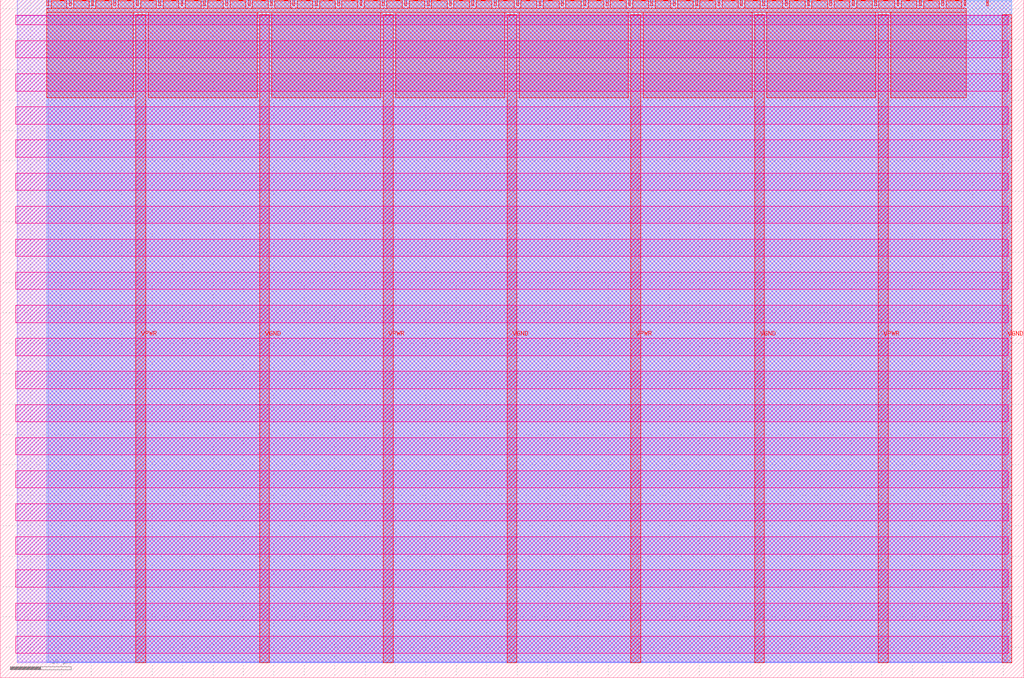
<source format=lef>
VERSION 5.7 ;
  NOWIREEXTENSIONATPIN ON ;
  DIVIDERCHAR "/" ;
  BUSBITCHARS "[]" ;
MACRO tt_um_blink
  CLASS BLOCK ;
  FOREIGN tt_um_blink ;
  ORIGIN 0.000 0.000 ;
  SIZE 168.360 BY 111.520 ;
  PIN VGND
    DIRECTION INOUT ;
    USE GROUND ;
    PORT
      LAYER met4 ;
        RECT 42.670 2.480 44.270 109.040 ;
    END
    PORT
      LAYER met4 ;
        RECT 83.380 2.480 84.980 109.040 ;
    END
    PORT
      LAYER met4 ;
        RECT 124.090 2.480 125.690 109.040 ;
    END
    PORT
      LAYER met4 ;
        RECT 164.800 2.480 166.400 109.040 ;
    END
  END VGND
  PIN VPWR
    DIRECTION INOUT ;
    USE POWER ;
    PORT
      LAYER met4 ;
        RECT 22.315 2.480 23.915 109.040 ;
    END
    PORT
      LAYER met4 ;
        RECT 63.025 2.480 64.625 109.040 ;
    END
    PORT
      LAYER met4 ;
        RECT 103.735 2.480 105.335 109.040 ;
    END
    PORT
      LAYER met4 ;
        RECT 144.445 2.480 146.045 109.040 ;
    END
  END VPWR
  PIN clk
    DIRECTION INPUT ;
    USE SIGNAL ;
    ANTENNAGATEAREA 0.852000 ;
    PORT
      LAYER met4 ;
        RECT 158.550 110.520 158.850 111.520 ;
    END
  END clk
  PIN ena
    DIRECTION INPUT ;
    USE SIGNAL ;
    PORT
      LAYER met4 ;
        RECT 162.230 110.520 162.530 111.520 ;
    END
  END ena
  PIN rst_n
    DIRECTION INPUT ;
    USE SIGNAL ;
    ANTENNAGATEAREA 0.196500 ;
    PORT
      LAYER met4 ;
        RECT 154.870 110.520 155.170 111.520 ;
    END
  END rst_n
  PIN ui_in[0]
    DIRECTION INPUT ;
    USE SIGNAL ;
    ANTENNAGATEAREA 0.196500 ;
    PORT
      LAYER met4 ;
        RECT 151.190 110.520 151.490 111.520 ;
    END
  END ui_in[0]
  PIN ui_in[1]
    DIRECTION INPUT ;
    USE SIGNAL ;
    ANTENNAGATEAREA 0.196500 ;
    PORT
      LAYER met4 ;
        RECT 147.510 110.520 147.810 111.520 ;
    END
  END ui_in[1]
  PIN ui_in[2]
    DIRECTION INPUT ;
    USE SIGNAL ;
    ANTENNAGATEAREA 0.196500 ;
    PORT
      LAYER met4 ;
        RECT 143.830 110.520 144.130 111.520 ;
    END
  END ui_in[2]
  PIN ui_in[3]
    DIRECTION INPUT ;
    USE SIGNAL ;
    ANTENNAGATEAREA 0.196500 ;
    PORT
      LAYER met4 ;
        RECT 140.150 110.520 140.450 111.520 ;
    END
  END ui_in[3]
  PIN ui_in[4]
    DIRECTION INPUT ;
    USE SIGNAL ;
    ANTENNAGATEAREA 0.196500 ;
    PORT
      LAYER met4 ;
        RECT 136.470 110.520 136.770 111.520 ;
    END
  END ui_in[4]
  PIN ui_in[5]
    DIRECTION INPUT ;
    USE SIGNAL ;
    ANTENNAGATEAREA 0.196500 ;
    PORT
      LAYER met4 ;
        RECT 132.790 110.520 133.090 111.520 ;
    END
  END ui_in[5]
  PIN ui_in[6]
    DIRECTION INPUT ;
    USE SIGNAL ;
    ANTENNAGATEAREA 0.196500 ;
    PORT
      LAYER met4 ;
        RECT 129.110 110.520 129.410 111.520 ;
    END
  END ui_in[6]
  PIN ui_in[7]
    DIRECTION INPUT ;
    USE SIGNAL ;
    ANTENNAGATEAREA 0.196500 ;
    PORT
      LAYER met4 ;
        RECT 125.430 110.520 125.730 111.520 ;
    END
  END ui_in[7]
  PIN uio_in[0]
    DIRECTION INPUT ;
    USE SIGNAL ;
    PORT
      LAYER met4 ;
        RECT 121.750 110.520 122.050 111.520 ;
    END
  END uio_in[0]
  PIN uio_in[1]
    DIRECTION INPUT ;
    USE SIGNAL ;
    PORT
      LAYER met4 ;
        RECT 118.070 110.520 118.370 111.520 ;
    END
  END uio_in[1]
  PIN uio_in[2]
    DIRECTION INPUT ;
    USE SIGNAL ;
    PORT
      LAYER met4 ;
        RECT 114.390 110.520 114.690 111.520 ;
    END
  END uio_in[2]
  PIN uio_in[3]
    DIRECTION INPUT ;
    USE SIGNAL ;
    PORT
      LAYER met4 ;
        RECT 110.710 110.520 111.010 111.520 ;
    END
  END uio_in[3]
  PIN uio_in[4]
    DIRECTION INPUT ;
    USE SIGNAL ;
    PORT
      LAYER met4 ;
        RECT 107.030 110.520 107.330 111.520 ;
    END
  END uio_in[4]
  PIN uio_in[5]
    DIRECTION INPUT ;
    USE SIGNAL ;
    PORT
      LAYER met4 ;
        RECT 103.350 110.520 103.650 111.520 ;
    END
  END uio_in[5]
  PIN uio_in[6]
    DIRECTION INPUT ;
    USE SIGNAL ;
    PORT
      LAYER met4 ;
        RECT 99.670 110.520 99.970 111.520 ;
    END
  END uio_in[6]
  PIN uio_in[7]
    DIRECTION INPUT ;
    USE SIGNAL ;
    PORT
      LAYER met4 ;
        RECT 95.990 110.520 96.290 111.520 ;
    END
  END uio_in[7]
  PIN uio_oe[0]
    DIRECTION OUTPUT TRISTATE ;
    USE SIGNAL ;
    PORT
      LAYER met4 ;
        RECT 33.430 110.520 33.730 111.520 ;
    END
  END uio_oe[0]
  PIN uio_oe[1]
    DIRECTION OUTPUT TRISTATE ;
    USE SIGNAL ;
    PORT
      LAYER met4 ;
        RECT 29.750 110.520 30.050 111.520 ;
    END
  END uio_oe[1]
  PIN uio_oe[2]
    DIRECTION OUTPUT TRISTATE ;
    USE SIGNAL ;
    PORT
      LAYER met4 ;
        RECT 26.070 110.520 26.370 111.520 ;
    END
  END uio_oe[2]
  PIN uio_oe[3]
    DIRECTION OUTPUT TRISTATE ;
    USE SIGNAL ;
    PORT
      LAYER met4 ;
        RECT 22.390 110.520 22.690 111.520 ;
    END
  END uio_oe[3]
  PIN uio_oe[4]
    DIRECTION OUTPUT TRISTATE ;
    USE SIGNAL ;
    PORT
      LAYER met4 ;
        RECT 18.710 110.520 19.010 111.520 ;
    END
  END uio_oe[4]
  PIN uio_oe[5]
    DIRECTION OUTPUT TRISTATE ;
    USE SIGNAL ;
    PORT
      LAYER met4 ;
        RECT 15.030 110.520 15.330 111.520 ;
    END
  END uio_oe[5]
  PIN uio_oe[6]
    DIRECTION OUTPUT TRISTATE ;
    USE SIGNAL ;
    PORT
      LAYER met4 ;
        RECT 11.350 110.520 11.650 111.520 ;
    END
  END uio_oe[6]
  PIN uio_oe[7]
    DIRECTION OUTPUT TRISTATE ;
    USE SIGNAL ;
    PORT
      LAYER met4 ;
        RECT 7.670 110.520 7.970 111.520 ;
    END
  END uio_oe[7]
  PIN uio_out[0]
    DIRECTION OUTPUT TRISTATE ;
    USE SIGNAL ;
    ANTENNADIFFAREA 0.445500 ;
    PORT
      LAYER met4 ;
        RECT 62.870 110.520 63.170 111.520 ;
    END
  END uio_out[0]
  PIN uio_out[1]
    DIRECTION OUTPUT TRISTATE ;
    USE SIGNAL ;
    ANTENNADIFFAREA 1.075200 ;
    PORT
      LAYER met4 ;
        RECT 59.190 110.520 59.490 111.520 ;
    END
  END uio_out[1]
  PIN uio_out[2]
    DIRECTION OUTPUT TRISTATE ;
    USE SIGNAL ;
    ANTENNADIFFAREA 1.075200 ;
    PORT
      LAYER met4 ;
        RECT 55.510 110.520 55.810 111.520 ;
    END
  END uio_out[2]
  PIN uio_out[3]
    DIRECTION OUTPUT TRISTATE ;
    USE SIGNAL ;
    ANTENNADIFFAREA 0.445500 ;
    PORT
      LAYER met4 ;
        RECT 51.830 110.520 52.130 111.520 ;
    END
  END uio_out[3]
  PIN uio_out[4]
    DIRECTION OUTPUT TRISTATE ;
    USE SIGNAL ;
    ANTENNADIFFAREA 1.075200 ;
    PORT
      LAYER met4 ;
        RECT 48.150 110.520 48.450 111.520 ;
    END
  END uio_out[4]
  PIN uio_out[5]
    DIRECTION OUTPUT TRISTATE ;
    USE SIGNAL ;
    ANTENNADIFFAREA 1.075200 ;
    PORT
      LAYER met4 ;
        RECT 44.470 110.520 44.770 111.520 ;
    END
  END uio_out[5]
  PIN uio_out[6]
    DIRECTION OUTPUT TRISTATE ;
    USE SIGNAL ;
    ANTENNADIFFAREA 1.075200 ;
    PORT
      LAYER met4 ;
        RECT 40.790 110.520 41.090 111.520 ;
    END
  END uio_out[6]
  PIN uio_out[7]
    DIRECTION OUTPUT TRISTATE ;
    USE SIGNAL ;
    ANTENNADIFFAREA 1.075200 ;
    PORT
      LAYER met4 ;
        RECT 37.110 110.520 37.410 111.520 ;
    END
  END uio_out[7]
  PIN uo_out[0]
    DIRECTION OUTPUT TRISTATE ;
    USE SIGNAL ;
    ANTENNADIFFAREA 0.445500 ;
    PORT
      LAYER met4 ;
        RECT 92.310 110.520 92.610 111.520 ;
    END
  END uo_out[0]
  PIN uo_out[1]
    DIRECTION OUTPUT TRISTATE ;
    USE SIGNAL ;
    ANTENNADIFFAREA 0.795200 ;
    PORT
      LAYER met4 ;
        RECT 88.630 110.520 88.930 111.520 ;
    END
  END uo_out[1]
  PIN uo_out[2]
    DIRECTION OUTPUT TRISTATE ;
    USE SIGNAL ;
    ANTENNADIFFAREA 0.445500 ;
    PORT
      LAYER met4 ;
        RECT 84.950 110.520 85.250 111.520 ;
    END
  END uo_out[2]
  PIN uo_out[3]
    DIRECTION OUTPUT TRISTATE ;
    USE SIGNAL ;
    ANTENNADIFFAREA 0.445500 ;
    PORT
      LAYER met4 ;
        RECT 81.270 110.520 81.570 111.520 ;
    END
  END uo_out[3]
  PIN uo_out[4]
    DIRECTION OUTPUT TRISTATE ;
    USE SIGNAL ;
    ANTENNADIFFAREA 0.445500 ;
    PORT
      LAYER met4 ;
        RECT 77.590 110.520 77.890 111.520 ;
    END
  END uo_out[4]
  PIN uo_out[5]
    DIRECTION OUTPUT TRISTATE ;
    USE SIGNAL ;
    ANTENNADIFFAREA 0.445500 ;
    PORT
      LAYER met4 ;
        RECT 73.910 110.520 74.210 111.520 ;
    END
  END uo_out[5]
  PIN uo_out[6]
    DIRECTION OUTPUT TRISTATE ;
    USE SIGNAL ;
    ANTENNADIFFAREA 0.445500 ;
    PORT
      LAYER met4 ;
        RECT 70.230 110.520 70.530 111.520 ;
    END
  END uo_out[6]
  PIN uo_out[7]
    DIRECTION OUTPUT TRISTATE ;
    USE SIGNAL ;
    ANTENNADIFFAREA 0.445500 ;
    PORT
      LAYER met4 ;
        RECT 66.550 110.520 66.850 111.520 ;
    END
  END uo_out[7]
  OBS
      LAYER nwell ;
        RECT 2.570 107.385 165.790 108.990 ;
        RECT 2.570 101.945 165.790 104.775 ;
        RECT 2.570 96.505 165.790 99.335 ;
        RECT 2.570 91.065 165.790 93.895 ;
        RECT 2.570 85.625 165.790 88.455 ;
        RECT 2.570 80.185 165.790 83.015 ;
        RECT 2.570 74.745 165.790 77.575 ;
        RECT 2.570 69.305 165.790 72.135 ;
        RECT 2.570 63.865 165.790 66.695 ;
        RECT 2.570 58.425 165.790 61.255 ;
        RECT 2.570 52.985 165.790 55.815 ;
        RECT 2.570 47.545 165.790 50.375 ;
        RECT 2.570 42.105 165.790 44.935 ;
        RECT 2.570 36.665 165.790 39.495 ;
        RECT 2.570 31.225 165.790 34.055 ;
        RECT 2.570 25.785 165.790 28.615 ;
        RECT 2.570 20.345 165.790 23.175 ;
        RECT 2.570 14.905 165.790 17.735 ;
        RECT 2.570 9.465 165.790 12.295 ;
        RECT 2.570 4.025 165.790 6.855 ;
      LAYER li1 ;
        RECT 2.760 2.635 165.600 108.885 ;
      LAYER met1 ;
        RECT 2.760 2.480 166.400 111.480 ;
      LAYER met2 ;
        RECT 7.910 2.535 166.370 111.510 ;
      LAYER met3 ;
        RECT 7.630 2.555 166.390 111.345 ;
      LAYER met4 ;
        RECT 8.370 110.120 10.950 111.345 ;
        RECT 12.050 110.120 14.630 111.345 ;
        RECT 15.730 110.120 18.310 111.345 ;
        RECT 19.410 110.120 21.990 111.345 ;
        RECT 23.090 110.120 25.670 111.345 ;
        RECT 26.770 110.120 29.350 111.345 ;
        RECT 30.450 110.120 33.030 111.345 ;
        RECT 34.130 110.120 36.710 111.345 ;
        RECT 37.810 110.120 40.390 111.345 ;
        RECT 41.490 110.120 44.070 111.345 ;
        RECT 45.170 110.120 47.750 111.345 ;
        RECT 48.850 110.120 51.430 111.345 ;
        RECT 52.530 110.120 55.110 111.345 ;
        RECT 56.210 110.120 58.790 111.345 ;
        RECT 59.890 110.120 62.470 111.345 ;
        RECT 63.570 110.120 66.150 111.345 ;
        RECT 67.250 110.120 69.830 111.345 ;
        RECT 70.930 110.120 73.510 111.345 ;
        RECT 74.610 110.120 77.190 111.345 ;
        RECT 78.290 110.120 80.870 111.345 ;
        RECT 81.970 110.120 84.550 111.345 ;
        RECT 85.650 110.120 88.230 111.345 ;
        RECT 89.330 110.120 91.910 111.345 ;
        RECT 93.010 110.120 95.590 111.345 ;
        RECT 96.690 110.120 99.270 111.345 ;
        RECT 100.370 110.120 102.950 111.345 ;
        RECT 104.050 110.120 106.630 111.345 ;
        RECT 107.730 110.120 110.310 111.345 ;
        RECT 111.410 110.120 113.990 111.345 ;
        RECT 115.090 110.120 117.670 111.345 ;
        RECT 118.770 110.120 121.350 111.345 ;
        RECT 122.450 110.120 125.030 111.345 ;
        RECT 126.130 110.120 128.710 111.345 ;
        RECT 129.810 110.120 132.390 111.345 ;
        RECT 133.490 110.120 136.070 111.345 ;
        RECT 137.170 110.120 139.750 111.345 ;
        RECT 140.850 110.120 143.430 111.345 ;
        RECT 144.530 110.120 147.110 111.345 ;
        RECT 148.210 110.120 150.790 111.345 ;
        RECT 151.890 110.120 154.470 111.345 ;
        RECT 155.570 110.120 158.150 111.345 ;
        RECT 7.655 109.440 158.865 110.120 ;
        RECT 7.655 95.375 21.915 109.440 ;
        RECT 24.315 95.375 42.270 109.440 ;
        RECT 44.670 95.375 62.625 109.440 ;
        RECT 65.025 95.375 82.980 109.440 ;
        RECT 85.380 95.375 103.335 109.440 ;
        RECT 105.735 95.375 123.690 109.440 ;
        RECT 126.090 95.375 144.045 109.440 ;
        RECT 146.445 95.375 158.865 109.440 ;
  END
END tt_um_blink
END LIBRARY


</source>
